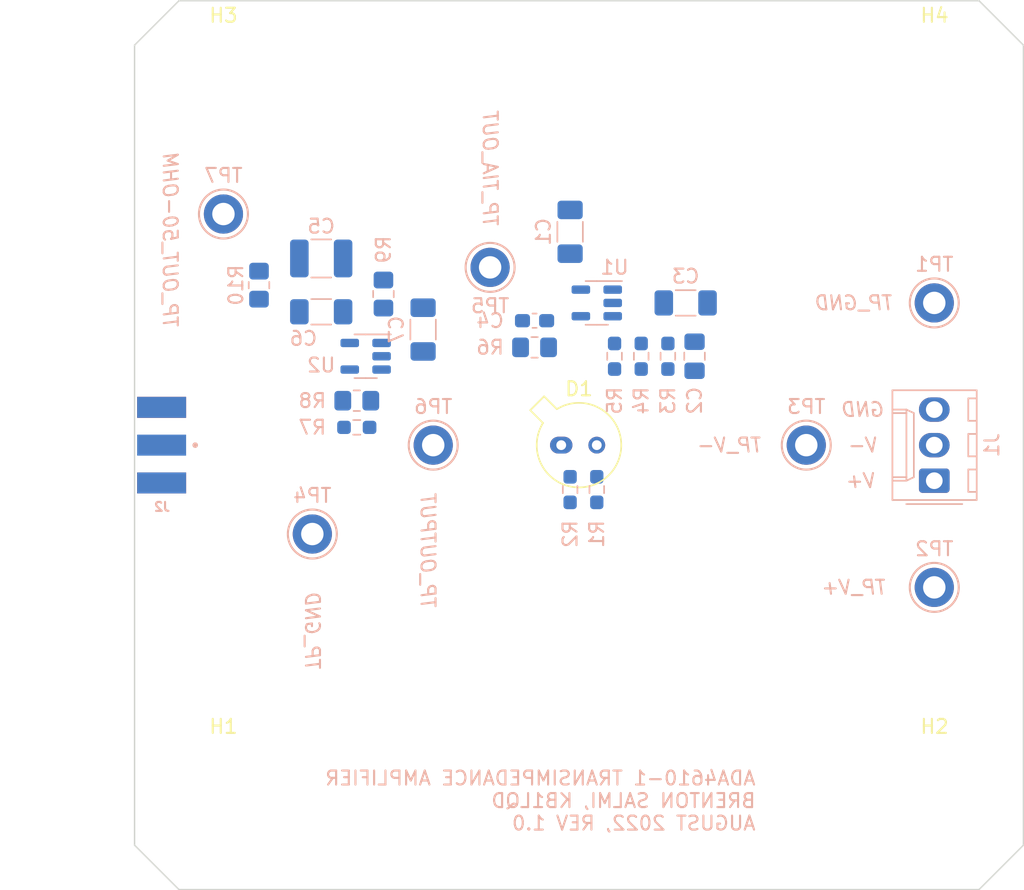
<source format=kicad_pcb>
(kicad_pcb (version 20211014) (generator pcbnew)
  (layers (0 "F.Cu" signal) (31 "B.Cu" signal) (36 "B.SilkS" user "B.Silkscreen") (37 "F.SilkS" user "F.Silkscreen") (38 "B.Mask" user) (39 "F.Mask" user) (44 "Edge.Cuts" user))
  (net 0 "")
  (net 1 "GND")
  (net 2 "VCC")
  (net 3 "VEE")
  (net 4 "Net-(C2-Pad2)")
  (net 5 "Net-(C4-Pad1)")
  (net 6 "Net-(C4-Pad2)")
  (net 7 "Net-(C5-Pad1)")
  (net 8 "Net-(C5-Pad2)")
  (net 9 "Net-(D1-Pad2)")
  (net 10 "Net-(R7-Pad2)")
  (net 11 "Net-(R8-Pad1)")
  (footprint "ADA4610-transimpedance-amplifier:TO-18-2_Lens_Centered" (layer "F.Cu") (at 107.95 82.55)
    (fp_text reference "D1" (at 0 -4.02) (layer "F.SilkS"))
    (fp_text value "ODD-1W")
    (fp_line (start -1.582331 -2.572281) (end -2.494499 -3.484448) (layer "F.SilkS") (width 0.12))
    (fp_line (start -3.484448 -2.494499) (end -2.572281 -1.582331) (layer "F.SilkS") (width 0.12))
    (fp_line (start -2.494499 -3.484448) (end -3.484448 -2.494499) (layer "F.SilkS") (width 0.12))
    (fp_arc (start -1.582331 -2.572281) (mid 2.135374 2.135551) (end -2.57215 -1.582544) (layer "F.SilkS") (width 0.12))
    (pad "1" thru_hole oval (at -1.27 0) (size 1.6 1.2) (drill 0.7) (layers *.Cu *.Mask) (net 5 "Net-(C4-Pad1)"))
    (pad "2" thru_hole oval (at 1.27 0) (size 1.2 1.2) (drill 0.7) (layers *.Cu *.Mask) (net 9 "Net-(D1-Pad2)"))
  )
  (footprint "MountingHole:MountingHole_4.3mm_M4" (layer "F.Cu") (at 133.35 57.15)
    (fp_text reference "H4" (at 0 -5.3) (layer "F.SilkS"))
    (fp_text value "MountingHole")
    (pad "" np_thru_hole circle (at 0 0) (size 4.3 4.3) (drill 4.3) (layers *.Cu *.Mask))
  )
  (footprint "MountingHole:MountingHole_4.3mm_M4" (layer "F.Cu") (at 82.55 107.95)
    (fp_text reference "H1" (at 0 -5.3) (layer "F.SilkS"))
    (fp_text value "MountingHole")
    (pad "" np_thru_hole circle (at 0 0) (size 4.3 4.3) (drill 4.3) (layers *.Cu *.Mask))
  )
  (footprint "MountingHole:MountingHole_4.3mm_M4" (layer "F.Cu") (at 82.55 57.15)
    (fp_text reference "H3" (at 0 -5.3) (layer "F.SilkS"))
    (fp_text value "MountingHole")
    (pad "" np_thru_hole circle (at 0 0) (size 4.3 4.3) (drill 4.3) (layers *.Cu *.Mask))
  )
  (footprint "MountingHole:MountingHole_4.3mm_M4" (layer "F.Cu") (at 133.35 107.95)
    (fp_text reference "H2" (at 0 -5.3) (layer "F.SilkS"))
    (fp_text value "MountingHole")
    (pad "" np_thru_hole circle (at 0 0) (size 4.3 4.3) (drill 4.3) (layers *.Cu *.Mask))
  )
  (footprint "Resistor_SMD:R_0603_1608Metric_Pad0.98x0.95mm_HandSolder" (layer "B.Cu") (at 109.22 85.725 -90)
    (fp_text reference "R1" (at 3.175 0 90) (layer "B.SilkS") (effects (justify mirror)))
    (fp_text value "0")
    (fp_line (start -0.254724 -0.5225) (end 0.254724 -0.5225) (layer "B.SilkS") (width 0.12))
    (fp_line (start -0.254724 0.5225) (end 0.254724 0.5225) (layer "B.SilkS") (width 0.12))
    (pad "1" smd roundrect (at -0.9125 0 270) (size 0.975 0.95) (layers "B.Cu" "B.Paste" "B.Mask") (net 9 "Net-(D1-Pad2)"))
    (pad "2" smd roundrect (at 0.9125 0 270) (size 0.975 0.95) (layers "B.Cu" "B.Paste" "B.Mask") (net 3 "VEE"))
  )
  (footprint "Package_TO_SOT_SMD:SOT-23-5" (layer "B.Cu") (at 109.22 72.39 180)
    (fp_text reference "U1" (at -1.27 2.54) (layer "B.SilkS") (effects (justify mirror)))
    (fp_text value "ADA4610-1xR")
    (fp_line (start 0 1.56) (end -1.8 1.56) (layer "B.SilkS") (width 0.12))
    (fp_line (start 0 -1.56) (end -0.8 -1.56) (layer "B.SilkS") (width 0.12))
    (fp_line (start 0 -1.56) (end 0.8 -1.56) (layer "B.SilkS") (width 0.12))
    (fp_line (start 0 1.56) (end 0.8 1.56) (layer "B.SilkS") (width 0.12))
    (pad "1" smd roundrect (at -1.1375 0.95 180) (size 1.325 0.6) (layers "B.Cu" "B.Paste" "B.Mask") (net 6 "Net-(C4-Pad2)"))
    (pad "2" smd roundrect (at -1.1375 0 180) (size 1.325 0.6) (layers "B.Cu" "B.Paste" "B.Mask") (net 3 "VEE"))
    (pad "3" smd roundrect (at -1.1375 -0.95 180) (size 1.325 0.6) (layers "B.Cu" "B.Paste" "B.Mask") (net 4 "Net-(C2-Pad2)"))
    (pad "4" smd roundrect (at 1.1375 -0.95 180) (size 1.325 0.6) (layers "B.Cu" "B.Paste" "B.Mask") (net 5 "Net-(C4-Pad1)"))
    (pad "5" smd roundrect (at 1.1375 0.95 180) (size 1.325 0.6) (layers "B.Cu" "B.Paste" "B.Mask") (net 2 "VCC"))
  )
  (footprint "Capacitor_SMD:C_1206_3216Metric_Pad1.33x1.80mm_HandSolder" (layer "B.Cu") (at 96.8125 74.295 -90)
    (fp_text reference "C7" (at 0 1.905 90) (layer "B.SilkS") (effects (justify mirror)))
    (fp_text value "1u")
    (fp_line (start -0.711252 0.91) (end 0.711252 0.91) (layer "B.SilkS") (width 0.12))
    (fp_line (start -0.711252 -0.91) (end 0.711252 -0.91) (layer "B.SilkS") (width 0.12))
    (pad "1" smd roundrect (at -1.5625 0 270) (size 1.325 1.8) (layers "B.Cu" "B.Paste" "B.Mask") (roundrect_rratio 0.188679) (net 1 "GND"))
    (pad "2" smd roundrect (at 1.5625 0 270) (size 1.325 1.8) (layers "B.Cu" "B.Paste" "B.Mask") (roundrect_rratio 0.188679) (net 3 "VEE"))
  )
  (footprint "Capacitor_SMD:C_1206_3216Metric_Pad1.33x1.80mm_HandSolder" (layer "B.Cu") (at 89.535 73.025)
    (fp_text reference "C6" (at -1.27 1.905) (layer "B.SilkS") (effects (justify mirror)))
    (fp_text value "1u")
    (fp_line (start -0.711252 0.91) (end 0.711252 0.91) (layer "B.SilkS") (width 0.12))
    (fp_line (start -0.711252 -0.91) (end 0.711252 -0.91) (layer "B.SilkS") (width 0.12))
    (pad "1" smd roundrect (at -1.5625 0) (size 1.325 1.8) (layers "B.Cu" "B.Paste" "B.Mask") (roundrect_rratio 0.188679) (net 1 "GND"))
    (pad "2" smd roundrect (at 1.5625 0) (size 1.325 1.8) (layers "B.Cu" "B.Paste" "B.Mask") (roundrect_rratio 0.188679) (net 2 "VCC"))
  )
  (footprint "Capacitor_SMD:C_1206_3216Metric_Pad1.33x1.80mm_HandSolder" (layer "B.Cu") (at 115.57 72.39 180)
    (fp_text reference "C3" (at 0 1.905) (layer "B.SilkS") (effects (justify mirror)))
    (fp_text value "1u")
    (fp_line (start -0.711252 0.91) (end 0.711252 0.91) (layer "B.SilkS") (width 0.12))
    (fp_line (start -0.711252 -0.91) (end 0.711252 -0.91) (layer "B.SilkS") (width 0.12))
    (pad "1" smd roundrect (at -1.5625 0 180) (size 1.325 1.8) (layers "B.Cu" "B.Paste" "B.Mask") (roundrect_rratio 0.188679) (net 1 "GND"))
    (pad "2" smd roundrect (at 1.5625 0 180) (size 1.325 1.8) (layers "B.Cu" "B.Paste" "B.Mask") (roundrect_rratio 0.188679) (net 3 "VEE"))
  )
  (footprint "Capacitor_SMD:C_1206_3216Metric_Pad1.33x1.80mm_HandSolder" (layer "B.Cu") (at 107.315 67.31 90)
    (fp_text reference "C1" (at 0 -1.905 90) (layer "B.SilkS") (effects (justify mirror)))
    (fp_text value "1u")
    (fp_line (start -0.711252 0.91) (end 0.711252 0.91) (layer "B.SilkS") (width 0.12))
    (fp_line (start -0.711252 -0.91) (end 0.711252 -0.91) (layer "B.SilkS") (width 0.12))
    (pad "1" smd roundrect (at -1.5625 0 90) (size 1.325 1.8) (layers "B.Cu" "B.Paste" "B.Mask") (roundrect_rratio 0.188679) (net 1 "GND"))
    (pad "2" smd roundrect (at 1.5625 0 90) (size 1.325 1.8) (layers "B.Cu" "B.Paste" "B.Mask") (roundrect_rratio 0.188679) (net 2 "VCC"))
  )
  (footprint "Resistor_SMD:R_0603_1608Metric_Pad0.98x0.95mm_HandSolder" (layer "B.Cu") (at 92.075 81.28 180)
    (fp_text reference "R7" (at 3.175 0) (layer "B.SilkS") (effects (justify mirror)))
    (fp_text value "1k")
    (fp_line (start -0.254724 0.5225) (end 0.254724 0.5225) (layer "B.SilkS") (width 0.12))
    (fp_line (start -0.254724 -0.5225) (end 0.254724 -0.5225) (layer "B.SilkS") (width 0.12))
    (pad "1" smd roundrect (at -0.9125 0 180) (size 0.975 0.95) (layers "B.Cu" "B.Paste" "B.Mask") (net 1 "GND"))
    (pad "2" smd roundrect (at 0.9125 0 180) (size 0.975 0.95) (layers "B.Cu" "B.Paste" "B.Mask") (net 10 "Net-(R7-Pad2)"))
  )
  (footprint "TestPoint:TestPoint_Keystone_5010-5014_Multipurpose" (layer "B.Cu") (at 133.33 92.71 180)
    (fp_text reference "TP2" (at 0 2.75) (layer "B.SilkS") (effects (justify mirror)))
    (fp_text value "TP_V+")
    (fp_circle (center 0 0) (end 1.75 0) (layer "B.SilkS") (width 0.15) (fill none))
    (pad "1" thru_hole circle (at 0 0 180) (size 2.8 2.8) (drill 1.6) (layers *.Cu *.Mask) (net 2 "VCC"))
  )
  (footprint "TestPoint:TestPoint_Keystone_5010-5014_Multipurpose" (layer "B.Cu") (at 82.55 66.04 180)
    (fp_text reference "TP7" (at 0 2.75) (layer "B.SilkS") (effects (justify mirror)))
    (fp_text value "TP_OUTPUT_50OHM")
    (fp_circle (center 0 0) (end 1.75 0) (layer "B.SilkS") (width 0.15) (fill none))
    (pad "1" thru_hole circle (at 0 0 180) (size 2.8 2.8) (drill 1.6) (layers *.Cu *.Mask) (net 8 "Net-(C5-Pad2)"))
  )
  (footprint "Resistor_SMD:R_0805_2012Metric_Pad1.20x1.40mm_HandSolder" (layer "B.Cu") (at 85.09 71.12 -90)
    (fp_text reference "R10" (at 0 1.65 90) (layer "B.SilkS") (effects (justify mirror)))
    (fp_text value "49.9")
    (fp_line (start -0.227064 -0.735) (end 0.227064 -0.735) (layer "B.SilkS") (width 0.12))
    (fp_line (start -0.227064 0.735) (end 0.227064 0.735) (layer "B.SilkS") (width 0.12))
    (pad "1" smd roundrect (at -1 0 270) (size 1.2 1.4) (layers "B.Cu" "B.Paste" "B.Mask") (roundrect_rratio 0.208333) (net 8 "Net-(C5-Pad2)"))
    (pad "2" smd roundrect (at 1 0 270) (size 1.2 1.4) (layers "B.Cu" "B.Paste" "B.Mask") (roundrect_rratio 0.208333) (net 1 "GND"))
  )
  (footprint "Resistor_SMD:R_0805_2012Metric_Pad1.20x1.40mm_HandSolder" (layer "B.Cu") (at 92.075 79.375 180)
    (fp_text reference "R8" (at 3.175 0) (layer "B.SilkS") (effects (justify mirror)))
    (fp_text value "49.9k")
    (fp_line (start -0.227064 0.735) (end 0.227064 0.735) (layer "B.SilkS") (width 0.12))
    (fp_line (start -0.227064 -0.735) (end 0.227064 -0.735) (layer "B.SilkS") (width 0.12))
    (pad "1" smd roundrect (at -1 0 180) (size 1.2 1.4) (layers "B.Cu" "B.Paste" "B.Mask") (roundrect_rratio 0.208333) (net 11 "Net-(R8-Pad1)"))
    (pad "2" smd roundrect (at 1 0 180) (size 1.2 1.4) (layers "B.Cu" "B.Paste" "B.Mask") (roundrect_rratio 0.208333) (net 10 "Net-(R7-Pad2)"))
  )
  (footprint "Resistor_SMD:R_0603_1608Metric_Pad0.98x0.95mm_HandSolder" (layer "B.Cu") (at 110.49 76.2 -90)
    (fp_text reference "R5" (at 3.175 0 -90) (layer "B.SilkS") (effects (justify mirror)))
    (fp_text value "0")
    (fp_line (start -0.254724 0.5225) (end 0.254724 0.5225) (layer "B.SilkS") (width 0.12))
    (fp_line (start -0.254724 -0.5225) (end 0.254724 -0.5225) (layer "B.SilkS") (width 0.12))
    (pad "1" smd roundrect (at -0.9125 0 270) (size 0.975 0.95) (layers "B.Cu" "B.Paste" "B.Mask") (net 4 "Net-(C2-Pad2)"))
    (pad "2" smd roundrect (at 0.9125 0 270) (size 0.975 0.95) (layers "B.Cu" "B.Paste" "B.Mask") (net 1 "GND"))
  )
  (footprint "ADA4610-transimpedance-amplifier:RFSOLUTIONS_CON-SMA-EDGE-S" (layer "B.Cu") (at 78.1325 82.55)
    (fp_text reference "J2" (at 0.032 4.4064) (layer "B.SilkS") (effects (font (size 0.64 0.64)) (justify mirror)))
    (fp_text value "Conn_Coaxial")
    (fp_circle (center 2.4 0) (end 2.5 0) (layer "B.SilkS") (width 0.2) (fill none))
    (pad "1" smd rect (at 0 0) (size 3.5 1.5) (layers "B.Cu" "B.Paste" "B.Mask") (net 8 "Net-(C5-Pad2)"))
    (pad "G1" smd rect (at 0 2.7) (size 3.5 1.5) (layers "B.Cu" "B.Paste" "B.Mask"))
    (pad "G2" smd rect (at 0 -2.7) (size 3.5 1.5) (layers "B.Cu" "B.Paste" "B.Mask"))
    (pad "G3" smd rect (at 0 2.7) (size 3.5 1.5) (layers "F.Cu" "F.Paste" "F.Mask"))
    (pad "G4" smd rect (at 0 -2.7) (size 3.5 1.5) (layers "F.Cu" "F.Paste" "F.Mask"))
  )
  (footprint "Resistor_SMD:R_0603_1608Metric_Pad0.98x0.95mm_HandSolder" (layer "B.Cu") (at 114.3 76.2 90)
    (fp_text reference "R3" (at -3.175 0 90) (layer "B.SilkS") (effects (justify mirror)))
    (fp_text value "10k")
    (fp_line (start -0.254724 0.5225) (end 0.254724 0.5225) (layer "B.SilkS") (width 0.12))
    (fp_line (start -0.254724 -0.5225) (end 0.254724 -0.5225) (layer "B.SilkS") (width 0.12))
    (pad "1" smd roundrect (at -0.9125 0 90) (size 0.975 0.95) (layers "B.Cu" "B.Paste" "B.Mask") (net 2 "VCC"))
    (pad "2" smd roundrect (at 0.9125 0 90) (size 0.975 0.95) (layers "B.Cu" "B.Paste" "B.Mask") (net 4 "Net-(C2-Pad2)"))
  )
  (footprint "Resistor_SMD:R_0805_2012Metric_Pad1.20x1.40mm_HandSolder" (layer "B.Cu") (at 104.775 75.565 180)
    (fp_text reference "R6" (at 3.175 0) (layer "B.SilkS") (effects (justify mirror)))
    (fp_text value "100k")
    (fp_line (start -0.227064 0.735) (end 0.227064 0.735) (layer "B.SilkS") (width 0.12))
    (fp_line (start -0.227064 -0.735) (end 0.227064 -0.735) (layer "B.SilkS") (width 0.12))
    (pad "1" smd roundrect (at -1 0 180) (size 1.2 1.4) (layers "B.Cu" "B.Paste" "B.Mask") (roundrect_rratio 0.208333) (net 5 "Net-(C4-Pad1)"))
    (pad "2" smd roundrect (at 1 0 180) (size 1.2 1.4) (layers "B.Cu" "B.Paste" "B.Mask") (roundrect_rratio 0.208333) (net 6 "Net-(C4-Pad2)"))
  )
  (footprint "Resistor_SMD:R_0603_1608Metric_Pad0.98x0.95mm_HandSolder" (layer "B.Cu") (at 112.395 76.2 -90)
    (fp_text reference "R4" (at 3.175 0 90) (layer "B.SilkS") (effects (justify mirror)))
    (fp_text value "10k")
    (fp_line (start -0.254724 0.5225) (end 0.254724 0.5225) (layer "B.SilkS") (width 0.12))
    (fp_line (start -0.254724 -0.5225) (end 0.254724 -0.5225) (layer "B.SilkS") (width 0.12))
    (pad "1" smd roundrect (at -0.9125 0 270) (size 0.975 0.95) (layers "B.Cu" "B.Paste" "B.Mask") (net 4 "Net-(C2-Pad2)"))
    (pad "2" smd roundrect (at 0.9125 0 270) (size 0.975 0.95) (layers "B.Cu" "B.Paste" "B.Mask") (net 3 "VEE"))
  )
  (footprint "TestPoint:TestPoint_Keystone_5010-5014_Multipurpose" (layer "B.Cu") (at 97.536 82.55 180)
    (fp_text reference "TP6" (at 0 2.75) (layer "B.SilkS") (effects (justify mirror)))
    (fp_text value "TP_OUTPUT")
    (fp_circle (center 0 0) (end 1.75 0) (layer "B.SilkS") (width 0.15) (fill none))
    (pad "1" thru_hole circle (at 0 0 180) (size 2.8 2.8) (drill 1.6) (layers *.Cu *.Mask) (net 11 "Net-(R8-Pad1)"))
  )
  (footprint "TestPoint:TestPoint_Keystone_5010-5014_Multipurpose" (layer "B.Cu") (at 124.186 82.55 180)
    (fp_text reference "TP3" (at 0 2.75) (layer "B.SilkS") (effects (justify mirror)))
    (fp_text value "TP_V-")
    (fp_circle (center 0 0) (end 1.75 0) (layer "B.SilkS") (width 0.15) (fill none))
    (pad "1" thru_hole circle (at 0 0 180) (size 2.8 2.8) (drill 1.6) (layers *.Cu *.Mask) (net 3 "VEE"))
  )
  (footprint "Capacitor_SMD:C_1210_3225Metric_Pad1.33x2.70mm_HandSolder" (layer "B.Cu") (at 89.535 69.215 180)
    (fp_text reference "C5" (at 0 2.3) (layer "B.SilkS") (effects (justify mirror)))
    (fp_text value "10u")
    (fp_line (start -0.711252 1.36) (end 0.711252 1.36) (layer "B.SilkS") (width 0.12))
    (fp_line (start -0.711252 -1.36) (end 0.711252 -1.36) (layer "B.SilkS") (width 0.12))
    (pad "1" smd roundrect (at -1.5625 0 180) (size 1.325 2.7) (layers "B.Cu" "B.Paste" "B.Mask") (roundrect_rratio 0.188679) (net 7 "Net-(C5-Pad1)"))
    (pad "2" smd roundrect (at 1.5625 0 180) (size 1.325 2.7) (layers "B.Cu" "B.Paste" "B.Mask") (roundrect_rratio 0.188679) (net 8 "Net-(C5-Pad2)"))
  )
  (footprint "Resistor_SMD:R_0805_2012Metric_Pad1.20x1.40mm_HandSolder" (layer "B.Cu") (at 93.98 71.755 -90)
    (fp_text reference "R9" (at -3.175 0 90) (layer "B.SilkS") (effects (justify mirror)))
    (fp_text value "49.9")
    (fp_line (start -0.227064 0.735) (end 0.227064 0.735) (layer "B.SilkS") (width 0.12))
    (fp_line (start -0.227064 -0.735) (end 0.227064 -0.735) (layer "B.SilkS") (width 0.12))
    (pad "1" smd roundrect (at -1 0 270) (size 1.2 1.4) (layers "B.Cu" "B.Paste" "B.Mask") (roundrect_rratio 0.208333) (net 7 "Net-(C5-Pad1)"))
    (pad "2" smd roundrect (at 1 0 270) (size 1.2 1.4) (layers "B.Cu" "B.Paste" "B.Mask") (roundrect_rratio 0.208333) (net 11 "Net-(R8-Pad1)"))
  )
  (footprint "TestPoint:TestPoint_Keystone_5010-5014_Multipurpose" (layer "B.Cu") (at 133.33 72.39 180)
    (fp_text reference "TP1" (at 0 2.75) (layer "B.SilkS") (effects (justify mirror)))
    (fp_text value "TP_GND")
    (fp_circle (center 0 0) (end 1.75 0) (layer "B.SilkS") (width 0.15) (fill none))
    (pad "1" thru_hole circle (at 0 0 180) (size 2.8 2.8) (drill 1.6) (layers *.Cu *.Mask) (net 1 "GND"))
  )
  (footprint "Package_TO_SOT_SMD:SOT-23-5" (layer "B.Cu") (at 92.71 76.2 180)
    (fp_text reference "U2" (at 3.175 -0.635) (layer "B.SilkS") (effects (justify mirror)))
    (fp_text value "ADA4610-1xR")
    (fp_line (start 0 1.56) (end 0.8 1.56) (layer "B.SilkS") (width 0.12))
    (fp_line (start 0 1.56) (end -1.8 1.56) (layer "B.SilkS") (width 0.12))
    (fp_line (start 0 -1.56) (end -0.8 -1.56) (layer "B.SilkS") (width 0.12))
    (fp_line (start 0 -1.56) (end 0.8 -1.56) (layer "B.SilkS") (width 0.12))
    (pad "1" smd roundrect (at -1.1375 0.95 180) (size 1.325 0.6) (layers "B.Cu" "B.Paste" "B.Mask") (net 11 "Net-(R8-Pad1)"))
    (pad "2" smd roundrect (at -1.1375 0 180) (size 1.325 0.6) (layers "B.Cu" "B.Paste" "B.Mask") (net 3 "VEE"))
    (pad "3" smd roundrect (at -1.1375 -0.95 180) (size 1.325 0.6) (layers "B.Cu" "B.Paste" "B.Mask") (net 6 "Net-(C4-Pad2)"))
    (pad "4" smd roundrect (at 1.1375 -0.95 180) (size 1.325 0.6) (layers "B.Cu" "B.Paste" "B.Mask") (net 10 "Net-(R7-Pad2)"))
    (pad "5" smd roundrect (at 1.1375 0.95 180) (size 1.325 0.6) (layers "B.Cu" "B.Paste" "B.Mask") (net 2 "VCC"))
  )
  (footprint "Resistor_SMD:R_0603_1608Metric_Pad0.98x0.95mm_HandSolder" (layer "B.Cu") (at 107.315 85.725 -90)
    (fp_text reference "R2" (at 3.175 0 90) (layer "B.SilkS") (effects (justify mirror)))
    (fp_text value "0")
    (fp_line (start -0.254724 0.5225) (end 0.254724 0.5225) (layer "B.SilkS") (width 0.12))
    (fp_line (start -0.254724 -0.5225) (end 0.254724 -0.5225) (layer "B.SilkS") (width 0.12))
    (pad "1" smd roundrect (at -0.9125 0 270) (size 0.975 0.95) (layers "B.Cu" "B.Paste" "B.Mask") (net 9 "Net-(D1-Pad2)"))
    (pad "2" smd roundrect (at 0.9125 0 270) (size 0.975 0.95) (layers "B.Cu" "B.Paste" "B.Mask") (net 1 "GND"))
  )
  (footprint "Capacitor_SMD:C_0603_1608Metric_Pad1.08x0.95mm_HandSolder" (layer "B.Cu") (at 104.775 73.66 180)
    (fp_text reference "C4" (at 3.175 0) (layer "B.SilkS") (effects (justify mirror)))
    (fp_text value "3.3p")
    (fp_line (start -0.146267 -0.51) (end 0.146267 -0.51) (layer "B.SilkS") (width 0.12))
    (fp_line (start -0.146267 0.51) (end 0.146267 0.51) (layer "B.SilkS") (width 0.12))
    (pad "1" smd roundrect (at -0.8625 0 180) (size 1.075 0.95) (layers "B.Cu" "B.Paste" "B.Mask") (net 5 "Net-(C4-Pad1)"))
    (pad "2" smd roundrect (at 0.8625 0 180) (size 1.075 0.95) (layers "B.Cu" "B.Paste" "B.Mask") (net 6 "Net-(C4-Pad2)"))
  )
  (footprint "TestPoint:TestPoint_Keystone_5010-5014_Multipurpose" (layer "B.Cu") (at 101.6 69.85)
    (fp_text reference "TP5" (at 0 2.75) (layer "B.SilkS") (effects (justify mirror)))
    (fp_text value "TP_TIA_OUT")
    (fp_circle (center 0 0) (end 1.75 0) (layer "B.SilkS") (width 0.15) (fill none))
    (pad "1" thru_hole circle (at 0 0) (size 2.8 2.8) (drill 1.6) (layers *.Cu *.Mask) (net 6 "Net-(C4-Pad2)"))
  )
  (footprint "Capacitor_SMD:C_0805_2012Metric_Pad1.18x1.45mm_HandSolder" (layer "B.Cu") (at 116.205 76.2 90)
    (fp_text reference "C2" (at -3.175 0 90) (layer "B.SilkS") (effects (justify mirror)))
    (fp_text value "100n")
    (fp_line (start -0.261252 -0.735) (end 0.261252 -0.735) (layer "B.SilkS") (width 0.12))
    (fp_line (start -0.261252 0.735) (end 0.261252 0.735) (layer "B.SilkS") (width 0.12))
    (pad "1" smd roundrect (at -1.0375 0 90) (size 1.175 1.45) (layers "B.Cu" "B.Paste" "B.Mask") (roundrect_rratio 0.212766) (net 3 "VEE"))
    (pad "2" smd roundrect (at 1.0375 0 90) (size 1.175 1.45) (layers "B.Cu" "B.Paste" "B.Mask") (roundrect_rratio 0.212766) (net 4 "Net-(C2-Pad2)"))
  )
  (footprint "TestPoint:TestPoint_Keystone_5010-5014_Multipurpose" (layer "B.Cu") (at 88.9 88.9 180)
    (fp_text reference "TP4" (at 0 2.75) (layer "B.SilkS") (effects (justify mirror)))
    (fp_text value "TP_GND")
    (fp_circle (center 0 0) (end 1.75 0) (layer "B.SilkS") (width 0.15) (fill none))
    (pad "1" thru_hole circle (at 0 0 180) (size 2.8 2.8) (drill 1.6) (layers *.Cu *.Mask) (net 1 "GND"))
  )
  (footprint "Connector_Molex:Molex_KK-254_AE-6410-03A_1x03_P2.54mm_Vertical" (layer "B.Cu") (at 133.33 85.09 90)
    (fp_text reference "J1" (at 2.54 4.12 90) (layer "B.SilkS") (effects (justify mirror)))
    (fp_text value "Conn_01x03_Male")
    (fp_line (start -0.8 3.03) (end -0.8 2.43) (layer "B.SilkS") (width 0.12))
    (fp_line (start 6.46 3.03) (end -1.38 3.03) (layer "B.SilkS") (width 0.12))
    (fp_line (start 1.74 2.43) (end 3.34 2.43) (layer "B.SilkS") (width 0.12))
    (fp_line (start 6.46 -2.99) (end 6.46 3.03) (layer "B.SilkS") (width 0.12))
    (fp_line (start 5.88 2.43) (end 5.88 3.03) (layer "B.SilkS") (width 0.12))
    (fp_line (start 3.34 2.43) (end 3.34 3.03) (layer "B.SilkS") (width 0.12))
    (fp_line (start -1.67 2) (end -1.67 -2) (layer "B.SilkS") (width 0.12))
    (fp_line (start 4.28 2.43) (end 5.88 2.43) (layer "B.SilkS") (width 0.12))
    (fp_line (start 0.8 2.43) (end 0.8 3.03) (layer "B.SilkS") (width 0.12))
    (fp_line (start -1.38 3.03) (end -1.38 -2.99) (layer "B.SilkS") (width 0.12))
    (fp_line (start 0.25 -1.46) (end 4.83 -1.46) (layer "B.SilkS") (width 0.12))
    (fp_line (start 0 -1.99) (end 5.08 -1.99) (layer "B.SilkS") (width 0.12))
    (fp_line (start 0 -1.99) (end 0.25 -1.46) (layer "B.SilkS") (width 0.12))
    (fp_line (start 4.28 3.03) (end 4.28 2.43) (layer "B.SilkS") (width 0.12))
    (fp_line (start 4.83 -1.46) (end 5.08 -1.99) (layer "B.SilkS") (width 0.12))
    (fp_line (start -1.38 -2.99) (end 6.46 -2.99) (layer "B.SilkS") (width 0.12))
    (fp_line (start 4.83 -2.99) (end 4.83 -1.99) (layer "B.SilkS") (width 0.12))
    (fp_line (start 0.25 -2.99) (end 0.25 -1.99) (layer "B.SilkS") (width 0.12))
    (fp_line (start 0 -2.99) (end 0 -1.99) (layer "B.SilkS") (width 0.12))
    (fp_line (start -0.8 2.43) (end 0.8 2.43) (layer "B.SilkS") (width 0.12))
    (fp_line (start 5.08 -1.99) (end 5.08 -2.99) (layer "B.SilkS") (width 0.12))
    (fp_line (start 1.74 3.03) (end 1.74 2.43) (layer "B.SilkS") (width 0.12))
    (pad "1" thru_hole roundrect (at 0 0 90) (size 1.74 2.19) (drill 1.19) (layers *.Cu *.Mask) (roundrect_rratio 0.143678) (net 2 "VCC"))
    (pad "2" thru_hole oval (at 2.54 0 90) (size 1.74 2.19) (drill 1.19) (layers *.Cu *.Mask) (net 3 "VEE"))
    (pad "3" thru_hole oval (at 5.08 0 90) (size 1.74 2.19) (drill 1.19) (layers *.Cu *.Mask) (net 1 "GND"))
  )
  (gr_line (start 136.525 114.3) (end 79.375 114.3) (layer "Edge.Cuts") (width 0.1))
  (gr_line (start 79.375 114.3) (end 76.2 111.125) (layer "Edge.Cuts") (width 0.1))
  (gr_line (start 79.375 50.8) (end 136.525 50.8) (layer "Edge.Cuts") (width 0.1))
  (gr_line (start 76.2 111.125) (end 76.2 53.975) (layer "Edge.Cuts") (width 0.1))
  (gr_line (start 139.7 53.975) (end 139.7 111.125) (layer "Edge.Cuts") (width 0.1))
  (gr_line (start 76.2 53.975) (end 79.375 50.8) (layer "Edge.Cuts") (width 0.1))
  (gr_line (start 136.525 50.8) (end 139.7 53.975) (layer "Edge.Cuts") (width 0.1))
  (gr_line (start 139.7 111.125) (end 136.525 114.3) (layer "Edge.Cuts") (width 0.1))
  (gr_text "TP_OUT_50-OHM" (at 78.74 67.945 270) (layer "B.SilkS") (effects (font (size 1 1) (thickness 0.15) italic) (justify mirror)))
  (gr_text "TP_OUTPUT" (at 97.155 90.17 270) (layer "B.SilkS") (effects (font (size 1 1) (thickness 0.15) italic) (justify mirror)))
  (gr_text "V+" (at 128.1176 85.09) (layer "B.SilkS") (effects (font (size 1 1) (thickness 0.15) italic) (justify mirror)))
  (gr_text "TP_TIA_OUT" (at 101.6 62.865 270) (layer "B.SilkS") (effects (font (size 1 1) (thickness 0.15) italic) (justify mirror)))
  (gr_text "TP_V+" (at 127.635 92.71) (layer "B.SilkS") (effects (font (size 1 1) (thickness 0.15) italic) (justify mirror)))
  (gr_text "TP_V-" (at 118.745 82.55) (layer "B.SilkS") (effects (font (size 1 1) (thickness 0.15) italic) (justify mirror)))
  (gr_text "GND" (at 128.27 80.01) (layer "B.SilkS") (effects (font (size 1 1) (thickness 0.15) italic) (justify mirror)))
  (gr_text "ADA4610-1 TRANSIMPEDANCE AMPLIFIER\nBRENTON SALMI, KB1LQD\nAUGUST 2022, REV 1.0" (at 120.65 107.95) (layer "B.SilkS") (effects (font (size 1 1)) (justify left mirror)))
  (gr_text "TP_GND" (at 88.9 95.885 270) (layer "B.SilkS") (effects (font (size 1 1) (thickness 0.15) italic) (justify mirror)))
  (gr_text "TP_GND" (at 127.635 72.39) (layer "B.SilkS") (effects (font (size 1 1) (thickness 0.15) italic) (justify mirror)))
  (gr_text "V-" (at 128.27 82.55) (layer "B.SilkS") (effects (font (size 1 1) (thickness 0.15) italic) (justify mirror)))
)
</source>
